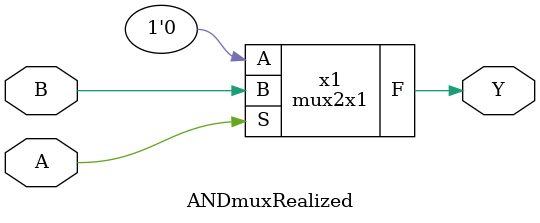
<source format=v>
module mux2x1(A,B,S,F);
input A,B,S;
output F;
assign F=~S&A|S&B;
endmodule

module ANDmuxRealized(A,B,Y);
input A,B;
output Y;
mux2x1 x1(0,B,A,Y); //mux2x1(A,B,S,F);
endmodule

</source>
